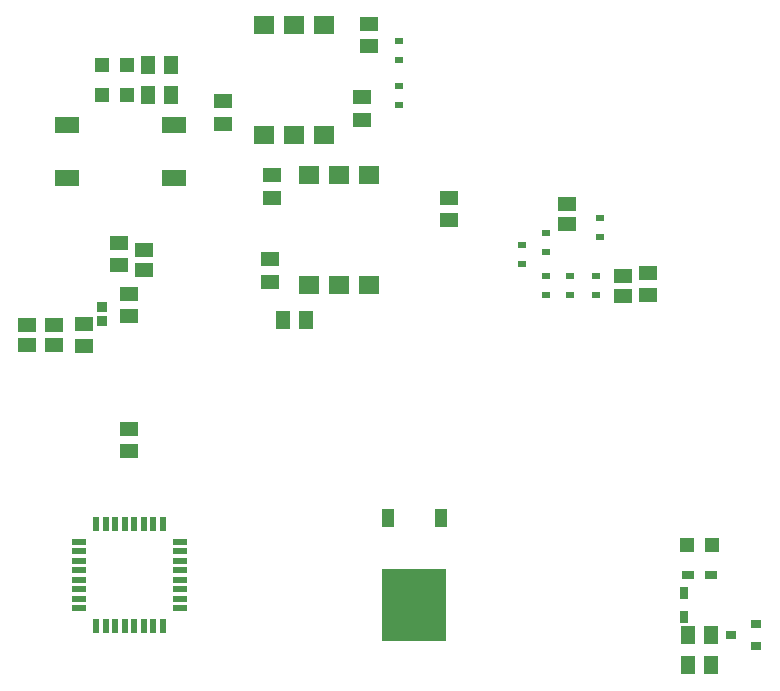
<source format=gtp>
G75*
%MOIN*%
%OFA0B0*%
%FSLAX25Y25*%
%IPPOS*%
%LPD*%
%AMOC8*
5,1,8,0,0,1.08239X$1,22.5*
%
%ADD10R,0.05906X0.05118*%
%ADD11R,0.03150X0.02362*%
%ADD12R,0.03150X0.03937*%
%ADD13R,0.03937X0.03150*%
%ADD14R,0.02200X0.05000*%
%ADD15R,0.05000X0.02200*%
%ADD16R,0.07008X0.05984*%
%ADD17R,0.03543X0.03150*%
%ADD18R,0.05118X0.06299*%
%ADD19R,0.06299X0.05118*%
%ADD20R,0.03543X0.03346*%
%ADD21R,0.08300X0.05500*%
%ADD22R,0.04724X0.04724*%
%ADD23R,0.21260X0.24409*%
%ADD24R,0.03937X0.06299*%
D10*
X0074167Y0123060D03*
X0074167Y0130540D03*
X0059167Y0158060D03*
X0059167Y0165540D03*
X0049167Y0165146D03*
X0049167Y0158454D03*
X0040167Y0158454D03*
X0040167Y0165146D03*
X0079167Y0183454D03*
X0079167Y0190146D03*
X0220167Y0198954D03*
X0220167Y0205646D03*
X0238667Y0181646D03*
X0238667Y0174954D03*
D11*
X0229667Y0175150D03*
X0229667Y0181450D03*
X0221167Y0181450D03*
X0213167Y0181450D03*
X0213167Y0175150D03*
X0221167Y0175150D03*
X0205167Y0185650D03*
X0205167Y0191950D03*
X0213167Y0189650D03*
X0213167Y0195950D03*
X0231167Y0194650D03*
X0231167Y0200950D03*
X0164167Y0238650D03*
X0164167Y0244950D03*
X0164167Y0253650D03*
X0164167Y0259950D03*
D12*
X0259167Y0075737D03*
X0259167Y0067863D03*
D13*
X0260230Y0081800D03*
X0268104Y0081800D03*
D14*
X0063143Y0064900D03*
X0066293Y0064900D03*
X0069442Y0064900D03*
X0072592Y0064900D03*
X0075741Y0064900D03*
X0078891Y0064900D03*
X0082041Y0064900D03*
X0085190Y0064900D03*
X0085190Y0098700D03*
X0082041Y0098700D03*
X0078891Y0098700D03*
X0075741Y0098700D03*
X0072592Y0098700D03*
X0069442Y0098700D03*
X0066293Y0098700D03*
X0063143Y0098700D03*
D15*
X0057267Y0092824D03*
X0057267Y0089674D03*
X0057267Y0086524D03*
X0057267Y0083375D03*
X0057267Y0080225D03*
X0057267Y0077076D03*
X0057267Y0073926D03*
X0057267Y0070776D03*
X0091067Y0070776D03*
X0091067Y0073926D03*
X0091067Y0077076D03*
X0091067Y0080225D03*
X0091067Y0083375D03*
X0091067Y0086524D03*
X0091067Y0089674D03*
X0091067Y0092824D03*
D16*
X0134167Y0178513D03*
X0144167Y0178513D03*
X0154167Y0178513D03*
X0154167Y0215087D03*
X0144167Y0215087D03*
X0134167Y0215087D03*
X0139167Y0228513D03*
X0129167Y0228513D03*
X0119167Y0228513D03*
X0119167Y0265087D03*
X0129167Y0265087D03*
X0139167Y0265087D03*
D17*
X0283104Y0065540D03*
X0283104Y0058060D03*
X0274836Y0061800D03*
D18*
X0267907Y0061800D03*
X0260427Y0061800D03*
X0260427Y0051800D03*
X0267907Y0051800D03*
X0132907Y0166800D03*
X0125427Y0166800D03*
X0087907Y0241800D03*
X0080427Y0241800D03*
X0080427Y0251800D03*
X0087907Y0251800D03*
D19*
X0105348Y0239753D03*
X0105348Y0232272D03*
X0121667Y0215040D03*
X0121667Y0207560D03*
X0121167Y0187040D03*
X0121167Y0179560D03*
X0074167Y0175540D03*
X0074167Y0168060D03*
X0070667Y0185060D03*
X0070667Y0192540D03*
X0151667Y0233560D03*
X0151667Y0241040D03*
X0154167Y0258060D03*
X0154167Y0265540D03*
X0180667Y0207540D03*
X0180667Y0200060D03*
X0247167Y0182540D03*
X0247167Y0175060D03*
D20*
X0065167Y0171083D03*
X0065167Y0166517D03*
D21*
X0053267Y0214100D03*
X0053267Y0231800D03*
X0089167Y0231800D03*
X0089167Y0214100D03*
D22*
X0073301Y0241800D03*
X0065033Y0241800D03*
X0065033Y0251800D03*
X0073301Y0251800D03*
X0260033Y0091800D03*
X0268301Y0091800D03*
D23*
X0169167Y0071957D03*
D24*
X0178143Y0100698D03*
X0160190Y0100698D03*
M02*

</source>
